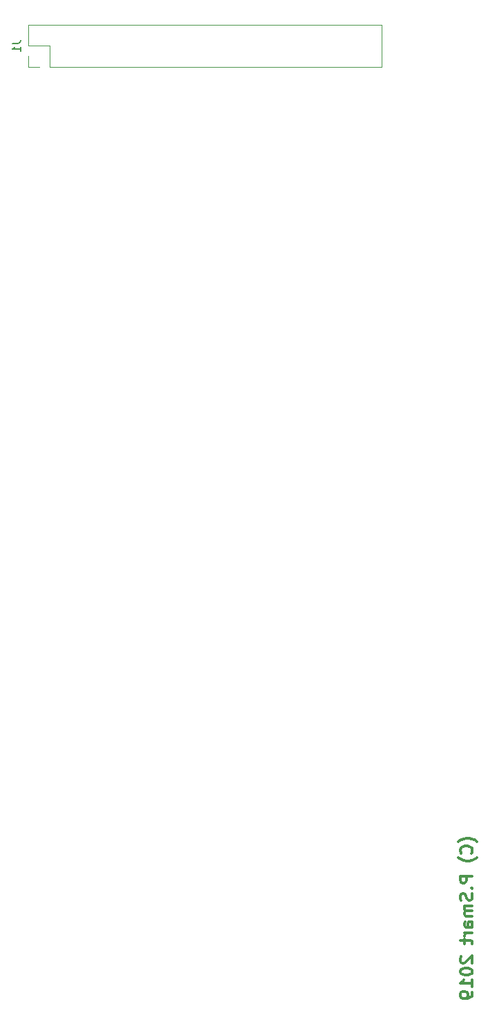
<source format=gbr>
G04 #@! TF.GenerationSoftware,KiCad,Pcbnew,(5.1.2-1)-1*
G04 #@! TF.CreationDate,2019-09-02T14:15:03+01:00*
G04 #@! TF.ProjectId,MZ80-80CLR,4d5a3830-2d38-4304-934c-522e6b696361,rev?*
G04 #@! TF.SameCoordinates,Original*
G04 #@! TF.FileFunction,Legend,Bot*
G04 #@! TF.FilePolarity,Positive*
%FSLAX46Y46*%
G04 Gerber Fmt 4.6, Leading zero omitted, Abs format (unit mm)*
G04 Created by KiCad (PCBNEW (5.1.2-1)-1) date 2019-09-02 14:15:03*
%MOMM*%
%LPD*%
G04 APERTURE LIST*
%ADD10C,0.300000*%
%ADD11C,0.120000*%
%ADD12C,0.150000*%
G04 APERTURE END LIST*
D10*
X139426000Y-139613857D02*
X139354571Y-139542428D01*
X139140285Y-139399571D01*
X138997428Y-139328142D01*
X138783142Y-139256714D01*
X138426000Y-139185285D01*
X138140285Y-139185285D01*
X137783142Y-139256714D01*
X137568857Y-139328142D01*
X137426000Y-139399571D01*
X137211714Y-139542428D01*
X137140285Y-139613857D01*
X138711714Y-141042428D02*
X138783142Y-140971000D01*
X138854571Y-140756714D01*
X138854571Y-140613857D01*
X138783142Y-140399571D01*
X138640285Y-140256714D01*
X138497428Y-140185285D01*
X138211714Y-140113857D01*
X137997428Y-140113857D01*
X137711714Y-140185285D01*
X137568857Y-140256714D01*
X137426000Y-140399571D01*
X137354571Y-140613857D01*
X137354571Y-140756714D01*
X137426000Y-140971000D01*
X137497428Y-141042428D01*
X139426000Y-141542428D02*
X139354571Y-141613857D01*
X139140285Y-141756714D01*
X138997428Y-141828142D01*
X138783142Y-141899571D01*
X138426000Y-141971000D01*
X138140285Y-141971000D01*
X137783142Y-141899571D01*
X137568857Y-141828142D01*
X137426000Y-141756714D01*
X137211714Y-141613857D01*
X137140285Y-141542428D01*
X138854571Y-143828142D02*
X137354571Y-143828142D01*
X137354571Y-144399571D01*
X137426000Y-144542428D01*
X137497428Y-144613857D01*
X137640285Y-144685285D01*
X137854571Y-144685285D01*
X137997428Y-144613857D01*
X138068857Y-144542428D01*
X138140285Y-144399571D01*
X138140285Y-143828142D01*
X138711714Y-145328142D02*
X138783142Y-145399571D01*
X138854571Y-145328142D01*
X138783142Y-145256714D01*
X138711714Y-145328142D01*
X138854571Y-145328142D01*
X138783142Y-145971000D02*
X138854571Y-146185285D01*
X138854571Y-146542428D01*
X138783142Y-146685285D01*
X138711714Y-146756714D01*
X138568857Y-146828142D01*
X138426000Y-146828142D01*
X138283142Y-146756714D01*
X138211714Y-146685285D01*
X138140285Y-146542428D01*
X138068857Y-146256714D01*
X137997428Y-146113857D01*
X137926000Y-146042428D01*
X137783142Y-145971000D01*
X137640285Y-145971000D01*
X137497428Y-146042428D01*
X137426000Y-146113857D01*
X137354571Y-146256714D01*
X137354571Y-146613857D01*
X137426000Y-146828142D01*
X138854571Y-147471000D02*
X137854571Y-147471000D01*
X137997428Y-147471000D02*
X137926000Y-147542428D01*
X137854571Y-147685285D01*
X137854571Y-147899571D01*
X137926000Y-148042428D01*
X138068857Y-148113857D01*
X138854571Y-148113857D01*
X138068857Y-148113857D02*
X137926000Y-148185285D01*
X137854571Y-148328142D01*
X137854571Y-148542428D01*
X137926000Y-148685285D01*
X138068857Y-148756714D01*
X138854571Y-148756714D01*
X138854571Y-150113857D02*
X138068857Y-150113857D01*
X137926000Y-150042428D01*
X137854571Y-149899571D01*
X137854571Y-149613857D01*
X137926000Y-149471000D01*
X138783142Y-150113857D02*
X138854571Y-149971000D01*
X138854571Y-149613857D01*
X138783142Y-149471000D01*
X138640285Y-149399571D01*
X138497428Y-149399571D01*
X138354571Y-149471000D01*
X138283142Y-149613857D01*
X138283142Y-149971000D01*
X138211714Y-150113857D01*
X138854571Y-150828142D02*
X137854571Y-150828142D01*
X138140285Y-150828142D02*
X137997428Y-150899571D01*
X137926000Y-150971000D01*
X137854571Y-151113857D01*
X137854571Y-151256714D01*
X137854571Y-151542428D02*
X137854571Y-152113857D01*
X137354571Y-151756714D02*
X138640285Y-151756714D01*
X138783142Y-151828142D01*
X138854571Y-151971000D01*
X138854571Y-152113857D01*
X137497428Y-153685285D02*
X137426000Y-153756714D01*
X137354571Y-153899571D01*
X137354571Y-154256714D01*
X137426000Y-154399571D01*
X137497428Y-154471000D01*
X137640285Y-154542428D01*
X137783142Y-154542428D01*
X137997428Y-154471000D01*
X138854571Y-153613857D01*
X138854571Y-154542428D01*
X137354571Y-155471000D02*
X137354571Y-155613857D01*
X137426000Y-155756714D01*
X137497428Y-155828142D01*
X137640285Y-155899571D01*
X137926000Y-155971000D01*
X138283142Y-155971000D01*
X138568857Y-155899571D01*
X138711714Y-155828142D01*
X138783142Y-155756714D01*
X138854571Y-155613857D01*
X138854571Y-155471000D01*
X138783142Y-155328142D01*
X138711714Y-155256714D01*
X138568857Y-155185285D01*
X138283142Y-155113857D01*
X137926000Y-155113857D01*
X137640285Y-155185285D01*
X137497428Y-155256714D01*
X137426000Y-155328142D01*
X137354571Y-155471000D01*
X138854571Y-157399571D02*
X138854571Y-156542428D01*
X138854571Y-156971000D02*
X137354571Y-156971000D01*
X137568857Y-156828142D01*
X137711714Y-156685285D01*
X137783142Y-156542428D01*
X138854571Y-158113857D02*
X138854571Y-158399571D01*
X138783142Y-158542428D01*
X138711714Y-158613857D01*
X138497428Y-158756714D01*
X138211714Y-158828142D01*
X137640285Y-158828142D01*
X137497428Y-158756714D01*
X137426000Y-158685285D01*
X137354571Y-158542428D01*
X137354571Y-158256714D01*
X137426000Y-158113857D01*
X137497428Y-158042428D01*
X137640285Y-157971000D01*
X137997428Y-157971000D01*
X138140285Y-158042428D01*
X138211714Y-158113857D01*
X138283142Y-158256714D01*
X138283142Y-158542428D01*
X138211714Y-158685285D01*
X138140285Y-158756714D01*
X137997428Y-158828142D01*
D11*
X84395000Y-43307000D02*
X84395000Y-44637000D01*
X84395000Y-44637000D02*
X85725000Y-44637000D01*
X84395000Y-42037000D02*
X86995000Y-42037000D01*
X86995000Y-42037000D02*
X86995000Y-44637000D01*
X86995000Y-44637000D02*
X127695000Y-44637000D01*
X127695000Y-39437000D02*
X127695000Y-44637000D01*
X84395000Y-39437000D02*
X127695000Y-39437000D01*
X84395000Y-39437000D02*
X84395000Y-42037000D01*
D12*
X82407380Y-41703666D02*
X83121666Y-41703666D01*
X83264523Y-41656047D01*
X83359761Y-41560809D01*
X83407380Y-41417952D01*
X83407380Y-41322714D01*
X83407380Y-42703666D02*
X83407380Y-42132238D01*
X83407380Y-42417952D02*
X82407380Y-42417952D01*
X82550238Y-42322714D01*
X82645476Y-42227476D01*
X82693095Y-42132238D01*
M02*

</source>
